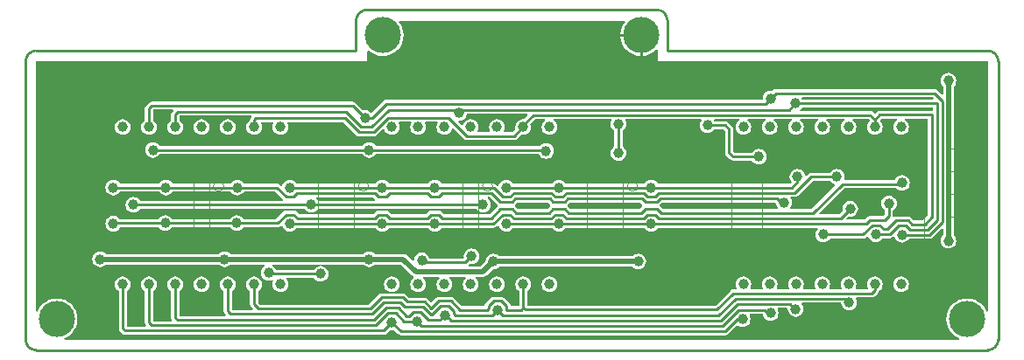
<source format=gtl>
G04 Layer_Physical_Order=1*
G04 Layer_Color=255*
%FSLAX42Y42*%
%MOMM*%
G71*
G01*
G75*
%ADD10C,0.25*%
%ADD11C,0.50*%
%ADD12C,0.25*%
%ADD13C,0.10*%
%ADD14C,3.50*%
%ADD15C,1.00*%
G36*
X5796Y3179D02*
X5783Y3162D01*
X5764Y3127D01*
X5753Y3089D01*
X5750Y3063D01*
X5950D01*
Y3050D01*
X5963D01*
Y2850D01*
X5989Y2852D01*
X6027Y2864D01*
X6062Y2883D01*
X6092Y2908D01*
X6098Y2914D01*
X6110Y2910D01*
Y2800D01*
X9300D01*
Y375D01*
X9287Y373D01*
X9286Y377D01*
X9267Y412D01*
X9242Y442D01*
X9212Y467D01*
X9177Y486D01*
X9139Y498D01*
X9100Y501D01*
X9061Y498D01*
X9023Y486D01*
X8988Y467D01*
X8958Y442D01*
X8933Y412D01*
X8914Y377D01*
X8903Y339D01*
X8899Y300D01*
X8903Y261D01*
X8914Y223D01*
X8933Y188D01*
X8958Y158D01*
X8988Y133D01*
X9023Y114D01*
X9027Y113D01*
X9025Y100D01*
X375D01*
X373Y113D01*
X377Y114D01*
X412Y133D01*
X442Y158D01*
X467Y188D01*
X486Y223D01*
X498Y261D01*
X501Y300D01*
X498Y339D01*
X486Y377D01*
X467Y412D01*
X442Y442D01*
X412Y467D01*
X377Y486D01*
X339Y498D01*
X300Y501D01*
X261Y498D01*
X223Y486D01*
X188Y467D01*
X158Y442D01*
X133Y412D01*
X114Y377D01*
X113Y373D01*
X100Y375D01*
Y2800D01*
X3300D01*
Y2897D01*
X3313Y2903D01*
X3338Y2883D01*
X3373Y2864D01*
X3411Y2852D01*
X3450Y2849D01*
X3489Y2852D01*
X3527Y2864D01*
X3562Y2883D01*
X3592Y2908D01*
X3617Y2938D01*
X3636Y2973D01*
X3647Y3011D01*
X3651Y3050D01*
X3647Y3089D01*
X3636Y3127D01*
X3617Y3162D01*
X3604Y3179D01*
X3609Y3190D01*
X5791D01*
X5796Y3179D01*
D02*
G37*
%LPC*%
G36*
X5062Y714D02*
X5042Y711D01*
X5024Y704D01*
X5008Y692D01*
X4996Y676D01*
X4989Y658D01*
X4986Y638D01*
X4989Y618D01*
X4996Y600D01*
X5008Y584D01*
X5024Y572D01*
X5042Y565D01*
X5062Y562D01*
X5082Y565D01*
X5100Y572D01*
X5116Y584D01*
X5128Y600D01*
X5135Y618D01*
X5138Y638D01*
X5135Y658D01*
X5128Y676D01*
X5116Y692D01*
X5100Y704D01*
X5082Y711D01*
X5062Y714D01*
D02*
G37*
G36*
X3320Y2016D02*
X3300Y2013D01*
X3282Y2006D01*
X3266Y1994D01*
X3255Y1979D01*
X1295D01*
X1284Y1994D01*
X1268Y2006D01*
X1250Y2013D01*
X1230Y2016D01*
X1210Y2013D01*
X1192Y2006D01*
X1176Y1994D01*
X1164Y1978D01*
X1157Y1960D01*
X1154Y1940D01*
X1157Y1920D01*
X1164Y1902D01*
X1176Y1886D01*
X1192Y1874D01*
X1210Y1867D01*
X1230Y1864D01*
X1250Y1867D01*
X1268Y1874D01*
X1284Y1886D01*
X1295Y1901D01*
X3255D01*
X3266Y1886D01*
X3282Y1874D01*
X3300Y1867D01*
X3320Y1864D01*
X3340Y1867D01*
X3358Y1874D01*
X3374Y1886D01*
X3385Y1901D01*
X4960D01*
X4964Y1892D01*
X4976Y1876D01*
X4992Y1864D01*
X5010Y1857D01*
X5030Y1854D01*
X5050Y1857D01*
X5068Y1864D01*
X5084Y1876D01*
X5096Y1892D01*
X5103Y1910D01*
X5106Y1930D01*
X5103Y1950D01*
X5096Y1968D01*
X5084Y1984D01*
X5068Y1996D01*
X5050Y2003D01*
X5030Y2006D01*
X5010Y2003D01*
X4992Y1996D01*
X4976Y1984D01*
X4972Y1979D01*
X3385D01*
X3374Y1994D01*
X3358Y2006D01*
X3340Y2013D01*
X3320Y2016D01*
D02*
G37*
G36*
X938Y2238D02*
X918Y2235D01*
X900Y2228D01*
X884Y2216D01*
X872Y2200D01*
X865Y2182D01*
X862Y2162D01*
X865Y2142D01*
X872Y2124D01*
X884Y2108D01*
X900Y2096D01*
X918Y2089D01*
X938Y2086D01*
X958Y2089D01*
X976Y2096D01*
X992Y2108D01*
X1004Y2124D01*
X1011Y2142D01*
X1014Y2162D01*
X1011Y2182D01*
X1004Y2200D01*
X992Y2216D01*
X976Y2228D01*
X958Y2235D01*
X938Y2238D01*
D02*
G37*
G36*
X4310Y986D02*
X4290Y983D01*
X4272Y976D01*
X4256Y964D01*
X4244Y948D01*
X4237Y930D01*
X4234Y910D01*
X4235Y901D01*
X4224Y889D01*
X3904D01*
X3903Y890D01*
X3896Y908D01*
X3884Y924D01*
X3868Y936D01*
X3850Y943D01*
X3830Y946D01*
X3810Y943D01*
X3792Y936D01*
X3776Y924D01*
X3764Y908D01*
X3757Y890D01*
X3754Y870D01*
X3754Y866D01*
X3742Y860D01*
X3685Y917D01*
X3669Y928D01*
X3649Y932D01*
X3375D01*
X3373Y935D01*
X3357Y947D01*
X3339Y954D01*
X3319Y957D01*
X3299Y954D01*
X3281Y947D01*
X3265Y935D01*
X3263Y932D01*
X1977D01*
X1975Y935D01*
X1959Y947D01*
X1941Y954D01*
X1921Y957D01*
X1901Y954D01*
X1883Y947D01*
X1867Y935D01*
X1865Y932D01*
X775D01*
X773Y935D01*
X757Y947D01*
X739Y954D01*
X719Y957D01*
X699Y954D01*
X681Y947D01*
X665Y935D01*
X653Y919D01*
X646Y901D01*
X643Y881D01*
X646Y861D01*
X653Y843D01*
X665Y827D01*
X681Y815D01*
X699Y808D01*
X719Y805D01*
X739Y808D01*
X757Y815D01*
X773Y827D01*
X775Y830D01*
X1865D01*
X1867Y827D01*
X1883Y815D01*
X1901Y808D01*
X1921Y805D01*
X1941Y808D01*
X1959Y815D01*
X1975Y827D01*
X1977Y830D01*
X2312D01*
X2315Y817D01*
X2312Y816D01*
X2296Y804D01*
X2284Y788D01*
X2277Y770D01*
X2274Y750D01*
X2277Y730D01*
X2284Y712D01*
X2296Y696D01*
X2312Y684D01*
X2330Y677D01*
X2350Y674D01*
X2370Y677D01*
X2386Y683D01*
X2391Y679D01*
X2395Y674D01*
X2389Y658D01*
X2386Y638D01*
X2389Y618D01*
X2396Y600D01*
X2408Y584D01*
X2424Y572D01*
X2442Y565D01*
X2462Y562D01*
X2482Y565D01*
X2500Y572D01*
X2516Y584D01*
X2528Y600D01*
X2535Y618D01*
X2538Y638D01*
X2535Y658D01*
X2528Y676D01*
X2518Y688D01*
X2523Y701D01*
X2785D01*
X2796Y686D01*
X2812Y674D01*
X2830Y667D01*
X2850Y664D01*
X2870Y667D01*
X2888Y674D01*
X2904Y686D01*
X2916Y702D01*
X2923Y720D01*
X2926Y740D01*
X2923Y760D01*
X2916Y778D01*
X2904Y794D01*
X2888Y806D01*
X2870Y813D01*
X2850Y816D01*
X2830Y813D01*
X2812Y806D01*
X2796Y794D01*
X2785Y779D01*
X2420D01*
X2416Y788D01*
X2404Y804D01*
X2388Y816D01*
X2385Y817D01*
X2388Y830D01*
X3263D01*
X3265Y827D01*
X3281Y815D01*
X3299Y808D01*
X3319Y805D01*
X3339Y808D01*
X3357Y815D01*
X3373Y827D01*
X3375Y830D01*
X3628D01*
X3734Y724D01*
X3748Y714D01*
X3749Y704D01*
X3749Y700D01*
X3738Y692D01*
X3726Y676D01*
X3719Y658D01*
X3716Y638D01*
X3719Y618D01*
X3726Y600D01*
X3738Y584D01*
X3754Y572D01*
X3772Y565D01*
X3792Y562D01*
X3812Y565D01*
X3830Y572D01*
X3846Y584D01*
X3858Y600D01*
X3865Y618D01*
X3868Y638D01*
X3865Y658D01*
X3858Y676D01*
X3846Y692D01*
X3840Y696D01*
X3845Y709D01*
X3993D01*
X3998Y696D01*
X3992Y692D01*
X3980Y676D01*
X3973Y658D01*
X3970Y638D01*
X3973Y618D01*
X3980Y600D01*
X3992Y584D01*
X4008Y572D01*
X4026Y565D01*
X4046Y562D01*
X4066Y565D01*
X4084Y572D01*
X4100Y584D01*
X4112Y600D01*
X4119Y618D01*
X4122Y638D01*
X4119Y658D01*
X4112Y676D01*
X4100Y692D01*
X4094Y696D01*
X4099Y709D01*
X4247D01*
X4252Y696D01*
X4246Y692D01*
X4234Y676D01*
X4227Y658D01*
X4224Y638D01*
X4227Y618D01*
X4234Y600D01*
X4246Y584D01*
X4262Y572D01*
X4280Y565D01*
X4300Y562D01*
X4320Y565D01*
X4338Y572D01*
X4354Y584D01*
X4366Y600D01*
X4373Y618D01*
X4376Y638D01*
X4373Y658D01*
X4366Y676D01*
X4354Y692D01*
X4348Y696D01*
X4353Y709D01*
X4420D01*
X4440Y713D01*
X4456Y724D01*
X4517Y784D01*
X4520Y784D01*
X4540Y787D01*
X4558Y794D01*
X4574Y806D01*
X4576Y809D01*
X5864D01*
X5866Y806D01*
X5882Y794D01*
X5900Y787D01*
X5920Y784D01*
X5940Y787D01*
X5958Y794D01*
X5974Y806D01*
X5986Y822D01*
X5993Y840D01*
X5996Y860D01*
X5993Y880D01*
X5986Y898D01*
X5974Y914D01*
X5958Y926D01*
X5940Y933D01*
X5920Y936D01*
X5900Y933D01*
X5882Y926D01*
X5866Y914D01*
X5864Y911D01*
X4576D01*
X4574Y914D01*
X4558Y926D01*
X4540Y933D01*
X4520Y936D01*
X4500Y933D01*
X4482Y926D01*
X4466Y914D01*
X4454Y898D01*
X4447Y880D01*
X4444Y860D01*
X4444Y857D01*
X4399Y811D01*
X4284D01*
X4280Y818D01*
X4279Y824D01*
X4291Y836D01*
X4310Y834D01*
X4330Y837D01*
X4348Y844D01*
X4364Y856D01*
X4376Y872D01*
X4383Y890D01*
X4386Y910D01*
X4383Y930D01*
X4376Y948D01*
X4364Y964D01*
X4348Y976D01*
X4330Y983D01*
X4310Y986D01*
D02*
G37*
G36*
X8208Y714D02*
X8188Y711D01*
X8170Y704D01*
X8154Y692D01*
X8142Y676D01*
X8135Y658D01*
X8132Y638D01*
X8135Y618D01*
X8142Y601D01*
X8137Y590D01*
X8137Y589D01*
X8025D01*
X8025Y590D01*
X8020Y601D01*
X8027Y618D01*
X8030Y638D01*
X8027Y658D01*
X8020Y676D01*
X8008Y692D01*
X7992Y704D01*
X7974Y711D01*
X7954Y714D01*
X7934Y711D01*
X7916Y704D01*
X7900Y692D01*
X7888Y676D01*
X7881Y658D01*
X7878Y638D01*
X7881Y618D01*
X7888Y601D01*
X7883Y590D01*
X7883Y589D01*
X7771D01*
X7771Y590D01*
X7766Y601D01*
X7773Y618D01*
X7776Y638D01*
X7773Y658D01*
X7766Y676D01*
X7754Y692D01*
X7738Y704D01*
X7720Y711D01*
X7700Y714D01*
X7680Y711D01*
X7662Y704D01*
X7646Y692D01*
X7634Y676D01*
X7627Y658D01*
X7624Y638D01*
X7627Y618D01*
X7634Y601D01*
X7629Y590D01*
X7629Y589D01*
X7517D01*
X7517Y590D01*
X7512Y601D01*
X7519Y618D01*
X7522Y638D01*
X7519Y658D01*
X7512Y676D01*
X7500Y692D01*
X7484Y704D01*
X7466Y711D01*
X7446Y714D01*
X7426Y711D01*
X7408Y704D01*
X7392Y692D01*
X7380Y676D01*
X7373Y658D01*
X7370Y638D01*
X7373Y618D01*
X7380Y601D01*
X7375Y590D01*
X7375Y589D01*
X7263D01*
X7263Y590D01*
X7258Y601D01*
X7265Y618D01*
X7268Y638D01*
X7265Y658D01*
X7258Y676D01*
X7246Y692D01*
X7230Y704D01*
X7212Y711D01*
X7192Y714D01*
X7172Y711D01*
X7154Y704D01*
X7138Y692D01*
X7126Y676D01*
X7119Y658D01*
X7116Y638D01*
X7119Y618D01*
X7125Y602D01*
X7120Y590D01*
X7113D01*
X7108Y589D01*
X7009D01*
X7009Y590D01*
X7004Y601D01*
X7011Y618D01*
X7014Y638D01*
X7011Y658D01*
X7004Y676D01*
X6992Y692D01*
X6976Y704D01*
X6958Y711D01*
X6938Y714D01*
X6918Y711D01*
X6900Y704D01*
X6884Y692D01*
X6872Y676D01*
X6865Y658D01*
X6862Y638D01*
X6865Y618D01*
X6872Y601D01*
X6867Y590D01*
X6867Y589D01*
X6840D01*
X6825Y586D01*
X6812Y577D01*
X6665Y430D01*
X4847D01*
Y573D01*
X4862Y584D01*
X4874Y600D01*
X4881Y618D01*
X4884Y638D01*
X4881Y658D01*
X4874Y676D01*
X4862Y692D01*
X4846Y704D01*
X4828Y711D01*
X4808Y714D01*
X4788Y711D01*
X4770Y704D01*
X4754Y692D01*
X4742Y676D01*
X4735Y658D01*
X4732Y638D01*
X4735Y618D01*
X4742Y600D01*
X4754Y584D01*
X4769Y573D01*
Y429D01*
X4686D01*
X4684Y441D01*
X4676Y454D01*
X4624Y506D01*
X4611Y514D01*
X4596Y517D01*
X4524D01*
X4509Y514D01*
X4496Y506D01*
X4444Y454D01*
X4436Y441D01*
X4434Y429D01*
X4213D01*
X4135Y506D01*
X4122Y515D01*
X4108Y518D01*
X4096D01*
X4090Y519D01*
X4084Y518D01*
X3992D01*
X3978Y515D01*
X3965Y506D01*
X3921Y462D01*
X3886Y497D01*
X3873Y506D01*
X3859Y509D01*
X3702D01*
X3672Y538D01*
X3660Y546D01*
X3645Y549D01*
X3440D01*
X3426Y546D01*
X3413Y538D01*
X3314Y439D01*
X2266D01*
X2247Y458D01*
Y573D01*
X2262Y584D01*
X2274Y600D01*
X2281Y618D01*
X2284Y638D01*
X2281Y658D01*
X2274Y676D01*
X2262Y692D01*
X2246Y704D01*
X2228Y711D01*
X2208Y714D01*
X2188Y711D01*
X2170Y704D01*
X2154Y692D01*
X2142Y676D01*
X2135Y658D01*
X2132Y638D01*
X2135Y618D01*
X2142Y600D01*
X2154Y584D01*
X2169Y573D01*
Y442D01*
X2172Y427D01*
X2181Y415D01*
X2195Y400D01*
X2190Y388D01*
X1997D01*
X1993Y392D01*
Y573D01*
X2008Y584D01*
X2020Y600D01*
X2027Y618D01*
X2030Y638D01*
X2027Y658D01*
X2020Y676D01*
X2008Y692D01*
X1992Y704D01*
X1974Y711D01*
X1954Y714D01*
X1934Y711D01*
X1916Y704D01*
X1900Y692D01*
X1888Y676D01*
X1881Y658D01*
X1878Y638D01*
X1881Y618D01*
X1888Y600D01*
X1900Y584D01*
X1915Y573D01*
Y376D01*
X1918Y361D01*
X1927Y349D01*
X1934Y341D01*
X1929Y330D01*
X1485D01*
X1485Y330D01*
Y573D01*
X1500Y584D01*
X1512Y600D01*
X1519Y618D01*
X1522Y638D01*
X1519Y658D01*
X1512Y676D01*
X1500Y692D01*
X1484Y704D01*
X1466Y711D01*
X1446Y714D01*
X1426Y711D01*
X1408Y704D01*
X1392Y692D01*
X1380Y676D01*
X1373Y658D01*
X1370Y638D01*
X1373Y618D01*
X1380Y600D01*
X1392Y584D01*
X1407Y573D01*
Y314D01*
X1410Y299D01*
X1415Y292D01*
X1409Y279D01*
X1236D01*
X1231Y284D01*
Y573D01*
X1246Y584D01*
X1258Y600D01*
X1265Y618D01*
X1268Y638D01*
X1265Y658D01*
X1258Y676D01*
X1246Y692D01*
X1230Y704D01*
X1212Y711D01*
X1192Y714D01*
X1172Y711D01*
X1154Y704D01*
X1138Y692D01*
X1126Y676D01*
X1119Y658D01*
X1116Y638D01*
X1119Y618D01*
X1126Y600D01*
X1138Y584D01*
X1153Y573D01*
Y268D01*
X1156Y253D01*
X1165Y241D01*
X1166Y239D01*
X1161Y227D01*
X979D01*
Y574D01*
X992Y584D01*
X1004Y600D01*
X1011Y618D01*
X1014Y638D01*
X1011Y658D01*
X1004Y676D01*
X992Y692D01*
X976Y704D01*
X958Y711D01*
X938Y714D01*
X918Y711D01*
X900Y704D01*
X884Y692D01*
X872Y676D01*
X865Y658D01*
X862Y638D01*
X865Y618D01*
X872Y600D01*
X884Y584D01*
X900Y572D01*
X901Y572D01*
Y210D01*
X904Y195D01*
X913Y183D01*
X934Y161D01*
X947Y153D01*
X962Y150D01*
X3458D01*
X3473Y153D01*
X3486Y161D01*
X3521Y196D01*
X3540Y194D01*
X3559Y196D01*
X3599Y156D01*
X3612Y147D01*
X3627Y144D01*
X6763D01*
X6778Y147D01*
X6791Y156D01*
X6879Y244D01*
X6892Y234D01*
X6910Y227D01*
X6930Y224D01*
X6950Y227D01*
X6968Y234D01*
X6984Y246D01*
X6996Y262D01*
X7003Y280D01*
X7006Y300D01*
X7003Y320D01*
X6996Y337D01*
X7001Y348D01*
X7001Y349D01*
X7125D01*
X7127Y340D01*
X7134Y322D01*
X7146Y306D01*
X7162Y294D01*
X7180Y287D01*
X7200Y284D01*
X7220Y287D01*
X7238Y294D01*
X7254Y306D01*
X7266Y322D01*
X7273Y340D01*
X7276Y360D01*
X7273Y380D01*
X7266Y397D01*
X7271Y408D01*
X7271Y409D01*
X7359D01*
X7367Y400D01*
X7367Y398D01*
X7370Y378D01*
X7377Y360D01*
X7389Y344D01*
X7405Y332D01*
X7423Y324D01*
X7443Y321D01*
X7463Y324D01*
X7481Y332D01*
X7497Y344D01*
X7509Y360D01*
X7517Y378D01*
X7519Y398D01*
X7517Y417D01*
X7509Y436D01*
X7500Y448D01*
X7505Y460D01*
X7884D01*
X7884Y460D01*
X7887Y440D01*
X7894Y422D01*
X7906Y406D01*
X7922Y394D01*
X7940Y387D01*
X7960Y384D01*
X7980Y387D01*
X7998Y394D01*
X8014Y406D01*
X8026Y422D01*
X8033Y440D01*
X8036Y460D01*
X8033Y480D01*
X8026Y498D01*
X8025Y500D01*
X8030Y511D01*
X8180D01*
X8195Y514D01*
X8207Y522D01*
X8235Y551D01*
X8244Y563D01*
X8246Y572D01*
X8246Y572D01*
X8262Y584D01*
X8274Y600D01*
X8281Y618D01*
X8284Y638D01*
X8281Y658D01*
X8274Y676D01*
X8262Y692D01*
X8246Y704D01*
X8228Y711D01*
X8208Y714D01*
D02*
G37*
G36*
X8462D02*
X8442Y711D01*
X8424Y704D01*
X8408Y692D01*
X8396Y676D01*
X8389Y658D01*
X8386Y638D01*
X8389Y618D01*
X8396Y600D01*
X8408Y584D01*
X8424Y572D01*
X8442Y565D01*
X8462Y562D01*
X8482Y565D01*
X8500Y572D01*
X8516Y584D01*
X8528Y600D01*
X8535Y618D01*
X8538Y638D01*
X8535Y658D01*
X8528Y676D01*
X8516Y692D01*
X8500Y704D01*
X8482Y711D01*
X8462Y714D01*
D02*
G37*
G36*
X1700Y2238D02*
X1680Y2235D01*
X1662Y2228D01*
X1646Y2216D01*
X1634Y2200D01*
X1627Y2182D01*
X1624Y2162D01*
X1627Y2142D01*
X1634Y2124D01*
X1646Y2108D01*
X1662Y2096D01*
X1680Y2089D01*
X1700Y2086D01*
X1720Y2089D01*
X1738Y2096D01*
X1754Y2108D01*
X1766Y2124D01*
X1773Y2142D01*
X1776Y2162D01*
X1773Y2182D01*
X1766Y2200D01*
X1754Y2216D01*
X1738Y2228D01*
X1720Y2235D01*
X1700Y2238D01*
D02*
G37*
G36*
Y714D02*
X1680Y711D01*
X1662Y704D01*
X1646Y692D01*
X1634Y676D01*
X1627Y658D01*
X1624Y638D01*
X1627Y618D01*
X1634Y600D01*
X1646Y584D01*
X1662Y572D01*
X1680Y565D01*
X1700Y562D01*
X1720Y565D01*
X1738Y572D01*
X1754Y584D01*
X1766Y600D01*
X1773Y618D01*
X1776Y638D01*
X1773Y658D01*
X1766Y676D01*
X1754Y692D01*
X1738Y704D01*
X1720Y711D01*
X1700Y714D01*
D02*
G37*
G36*
X8920Y2686D02*
X8900Y2683D01*
X8882Y2676D01*
X8866Y2664D01*
X8854Y2648D01*
X8847Y2630D01*
X8844Y2610D01*
X8847Y2590D01*
X8854Y2572D01*
X8866Y2556D01*
X8869Y2554D01*
Y2475D01*
X8857Y2470D01*
X8809Y2517D01*
X8797Y2526D01*
X8782Y2529D01*
X7250D01*
X7235Y2526D01*
X7223Y2517D01*
X7219Y2514D01*
X7200Y2516D01*
X7180Y2513D01*
X7162Y2506D01*
X7146Y2494D01*
X7134Y2478D01*
X7127Y2460D01*
X7124Y2440D01*
X7124Y2436D01*
X7116Y2427D01*
X3488D01*
X3473Y2424D01*
X3461Y2416D01*
X3347Y2302D01*
X3335Y2303D01*
X3334Y2304D01*
X3318Y2316D01*
X3300Y2324D01*
X3280Y2326D01*
X3261Y2324D01*
X3188Y2397D01*
X3175Y2406D01*
X3160Y2409D01*
X1220D01*
X1205Y2406D01*
X1193Y2397D01*
X1165Y2369D01*
X1156Y2357D01*
X1153Y2342D01*
Y2227D01*
X1138Y2216D01*
X1126Y2200D01*
X1119Y2182D01*
X1116Y2162D01*
X1119Y2142D01*
X1126Y2124D01*
X1138Y2108D01*
X1154Y2096D01*
X1172Y2089D01*
X1192Y2086D01*
X1212Y2089D01*
X1230Y2096D01*
X1246Y2108D01*
X1258Y2124D01*
X1265Y2142D01*
X1268Y2162D01*
X1265Y2182D01*
X1258Y2200D01*
X1246Y2216D01*
X1231Y2227D01*
Y2326D01*
X1236Y2331D01*
X1420D01*
X1424Y2319D01*
X1419Y2313D01*
X1410Y2301D01*
X1407Y2286D01*
Y2227D01*
X1392Y2216D01*
X1380Y2200D01*
X1373Y2182D01*
X1370Y2162D01*
X1373Y2142D01*
X1380Y2124D01*
X1392Y2108D01*
X1408Y2096D01*
X1426Y2089D01*
X1446Y2086D01*
X1466Y2089D01*
X1484Y2096D01*
X1500Y2108D01*
X1512Y2124D01*
X1519Y2142D01*
X1522Y2162D01*
X1519Y2182D01*
X1512Y2200D01*
X1500Y2216D01*
X1485Y2227D01*
Y2270D01*
X1486Y2271D01*
X2178D01*
X2182Y2259D01*
X2181Y2257D01*
X2172Y2245D01*
X2169Y2230D01*
Y2227D01*
X2154Y2216D01*
X2142Y2200D01*
X2135Y2182D01*
X2132Y2162D01*
X2135Y2142D01*
X2142Y2124D01*
X2154Y2108D01*
X2170Y2096D01*
X2188Y2089D01*
X2208Y2086D01*
X2228Y2089D01*
X2246Y2096D01*
X2262Y2108D01*
X2274Y2124D01*
X2281Y2142D01*
X2284Y2162D01*
X2281Y2182D01*
X2274Y2199D01*
X2279Y2210D01*
X2279Y2211D01*
X2391D01*
X2391Y2210D01*
X2396Y2199D01*
X2389Y2182D01*
X2386Y2162D01*
X2389Y2142D01*
X2396Y2124D01*
X2408Y2108D01*
X2424Y2096D01*
X2442Y2089D01*
X2462Y2086D01*
X2482Y2089D01*
X2500Y2096D01*
X2516Y2108D01*
X2528Y2124D01*
X2535Y2142D01*
X2538Y2162D01*
X2535Y2182D01*
X2528Y2199D01*
X2533Y2210D01*
X2533Y2211D01*
X3068D01*
X3195Y2084D01*
X3208Y2075D01*
X3223Y2072D01*
X3363D01*
X3377Y2075D01*
X3390Y2084D01*
X3453Y2146D01*
X3454Y2146D01*
X3465Y2141D01*
X3472Y2124D01*
X3484Y2108D01*
X3500Y2096D01*
X3518Y2089D01*
X3538Y2086D01*
X3558Y2089D01*
X3576Y2096D01*
X3592Y2108D01*
X3604Y2124D01*
X3611Y2142D01*
X3614Y2162D01*
X3611Y2182D01*
X3604Y2200D01*
X3603Y2201D01*
X3609Y2212D01*
X3721D01*
X3727Y2201D01*
X3726Y2200D01*
X3719Y2182D01*
X3716Y2162D01*
X3719Y2142D01*
X3726Y2124D01*
X3738Y2108D01*
X3754Y2096D01*
X3772Y2089D01*
X3792Y2086D01*
X3812Y2089D01*
X3830Y2096D01*
X3846Y2108D01*
X3858Y2124D01*
X3865Y2142D01*
X3868Y2162D01*
X3865Y2182D01*
X3858Y2200D01*
X3857Y2201D01*
X3863Y2212D01*
X3975D01*
X3981Y2201D01*
X3980Y2200D01*
X3973Y2182D01*
X3970Y2162D01*
X3973Y2142D01*
X3980Y2124D01*
X3992Y2108D01*
X4008Y2096D01*
X4026Y2089D01*
X4046Y2086D01*
X4066Y2089D01*
X4084Y2096D01*
X4100Y2108D01*
X4112Y2124D01*
X4119Y2142D01*
X4120Y2146D01*
X4132Y2150D01*
X4236Y2046D01*
X4249Y2038D01*
X4264Y2035D01*
X4720D01*
X4735Y2038D01*
X4747Y2046D01*
X4789Y2088D01*
X4808Y2086D01*
X4828Y2089D01*
X4846Y2096D01*
X4862Y2108D01*
X4874Y2124D01*
X4881Y2142D01*
X4884Y2162D01*
X4881Y2182D01*
X4877Y2194D01*
X4922Y2239D01*
X5019D01*
X5022Y2233D01*
X5022Y2227D01*
X5008Y2216D01*
X4996Y2200D01*
X4989Y2182D01*
X4986Y2162D01*
X4989Y2142D01*
X4996Y2124D01*
X5008Y2108D01*
X5024Y2096D01*
X5042Y2089D01*
X5062Y2086D01*
X5082Y2089D01*
X5100Y2096D01*
X5116Y2108D01*
X5128Y2124D01*
X5135Y2142D01*
X5138Y2162D01*
X5135Y2182D01*
X5128Y2200D01*
X5116Y2216D01*
X5102Y2227D01*
X5102Y2233D01*
X5105Y2239D01*
X5659D01*
X5659Y2238D01*
X5664Y2227D01*
X5657Y2210D01*
X5654Y2190D01*
X5657Y2170D01*
X5664Y2152D01*
X5676Y2136D01*
X5691Y2125D01*
Y1975D01*
X5676Y1964D01*
X5664Y1948D01*
X5657Y1930D01*
X5654Y1910D01*
X5657Y1890D01*
X5664Y1872D01*
X5676Y1856D01*
X5692Y1844D01*
X5710Y1837D01*
X5730Y1834D01*
X5750Y1837D01*
X5768Y1844D01*
X5784Y1856D01*
X5796Y1872D01*
X5803Y1890D01*
X5806Y1910D01*
X5803Y1930D01*
X5796Y1948D01*
X5784Y1964D01*
X5769Y1975D01*
Y2125D01*
X5784Y2136D01*
X5796Y2152D01*
X5803Y2170D01*
X5806Y2190D01*
X5803Y2210D01*
X5796Y2227D01*
X5801Y2238D01*
X5801Y2239D01*
X6524D01*
X6531Y2227D01*
X6524Y2218D01*
X6517Y2200D01*
X6514Y2180D01*
X6517Y2160D01*
X6524Y2142D01*
X6536Y2126D01*
X6552Y2114D01*
X6570Y2107D01*
X6590Y2104D01*
X6610Y2107D01*
X6628Y2114D01*
X6644Y2126D01*
X6655Y2141D01*
X6744D01*
X6761Y2124D01*
Y1910D01*
X6764Y1895D01*
X6773Y1883D01*
X6808Y1848D01*
X6820Y1839D01*
X6835Y1836D01*
X7020D01*
X7031Y1821D01*
X7047Y1809D01*
X7065Y1802D01*
X7085Y1799D01*
X7105Y1802D01*
X7123Y1809D01*
X7139Y1821D01*
X7151Y1837D01*
X7158Y1855D01*
X7161Y1875D01*
X7158Y1895D01*
X7151Y1913D01*
X7139Y1929D01*
X7123Y1941D01*
X7105Y1948D01*
X7085Y1951D01*
X7065Y1948D01*
X7047Y1941D01*
X7031Y1929D01*
X7020Y1914D01*
X6851D01*
X6839Y1926D01*
Y2140D01*
X6836Y2155D01*
X6827Y2167D01*
X6787Y2207D01*
X6775Y2216D01*
X6760Y2219D01*
X6658D01*
X6652Y2228D01*
X6658Y2239D01*
X6895D01*
X6898Y2233D01*
X6898Y2227D01*
X6884Y2216D01*
X6872Y2200D01*
X6865Y2182D01*
X6862Y2162D01*
X6865Y2142D01*
X6872Y2124D01*
X6884Y2108D01*
X6900Y2096D01*
X6918Y2089D01*
X6938Y2086D01*
X6958Y2089D01*
X6976Y2096D01*
X6992Y2108D01*
X7004Y2124D01*
X7011Y2142D01*
X7014Y2162D01*
X7011Y2182D01*
X7004Y2200D01*
X6992Y2216D01*
X6978Y2227D01*
X6978Y2233D01*
X6981Y2239D01*
X7149D01*
X7152Y2233D01*
X7152Y2227D01*
X7138Y2216D01*
X7126Y2200D01*
X7119Y2182D01*
X7116Y2162D01*
X7119Y2142D01*
X7126Y2124D01*
X7138Y2108D01*
X7154Y2096D01*
X7172Y2089D01*
X7192Y2086D01*
X7212Y2089D01*
X7230Y2096D01*
X7246Y2108D01*
X7258Y2124D01*
X7265Y2142D01*
X7268Y2162D01*
X7265Y2182D01*
X7258Y2200D01*
X7246Y2216D01*
X7232Y2227D01*
X7232Y2233D01*
X7235Y2239D01*
X7403D01*
X7406Y2233D01*
X7406Y2227D01*
X7392Y2216D01*
X7380Y2200D01*
X7373Y2182D01*
X7370Y2162D01*
X7373Y2142D01*
X7380Y2124D01*
X7392Y2108D01*
X7408Y2096D01*
X7426Y2089D01*
X7446Y2086D01*
X7466Y2089D01*
X7484Y2096D01*
X7500Y2108D01*
X7512Y2124D01*
X7519Y2142D01*
X7522Y2162D01*
X7519Y2182D01*
X7512Y2200D01*
X7500Y2216D01*
X7486Y2227D01*
X7486Y2233D01*
X7489Y2239D01*
X7657D01*
X7660Y2233D01*
X7660Y2227D01*
X7646Y2216D01*
X7634Y2200D01*
X7627Y2182D01*
X7624Y2162D01*
X7627Y2142D01*
X7634Y2124D01*
X7646Y2108D01*
X7662Y2096D01*
X7680Y2089D01*
X7700Y2086D01*
X7720Y2089D01*
X7738Y2096D01*
X7754Y2108D01*
X7766Y2124D01*
X7773Y2142D01*
X7776Y2162D01*
X7773Y2182D01*
X7766Y2200D01*
X7754Y2216D01*
X7740Y2227D01*
X7740Y2233D01*
X7743Y2239D01*
X7911D01*
X7914Y2233D01*
X7914Y2227D01*
X7900Y2216D01*
X7888Y2200D01*
X7881Y2182D01*
X7878Y2162D01*
X7881Y2142D01*
X7888Y2124D01*
X7900Y2108D01*
X7916Y2096D01*
X7934Y2089D01*
X7954Y2086D01*
X7974Y2089D01*
X7992Y2096D01*
X8008Y2108D01*
X8020Y2124D01*
X8027Y2142D01*
X8030Y2162D01*
X8027Y2182D01*
X8020Y2200D01*
X8008Y2216D01*
X7994Y2227D01*
X7994Y2233D01*
X7997Y2239D01*
X8146D01*
X8156Y2229D01*
X8155Y2216D01*
X8154Y2216D01*
X8142Y2200D01*
X8135Y2182D01*
X8132Y2162D01*
X8135Y2142D01*
X8142Y2124D01*
X8154Y2108D01*
X8170Y2096D01*
X8188Y2089D01*
X8208Y2086D01*
X8228Y2089D01*
X8246Y2096D01*
X8262Y2108D01*
X8274Y2124D01*
X8281Y2142D01*
X8284Y2162D01*
X8281Y2182D01*
X8274Y2200D01*
X8262Y2216D01*
X8261Y2216D01*
X8260Y2229D01*
X8272Y2241D01*
X8423D01*
X8425Y2228D01*
X8424Y2228D01*
X8408Y2216D01*
X8396Y2200D01*
X8389Y2182D01*
X8386Y2162D01*
X8389Y2142D01*
X8396Y2124D01*
X8408Y2108D01*
X8424Y2096D01*
X8442Y2089D01*
X8462Y2086D01*
X8482Y2089D01*
X8500Y2096D01*
X8516Y2108D01*
X8528Y2124D01*
X8535Y2142D01*
X8538Y2162D01*
X8535Y2182D01*
X8528Y2200D01*
X8516Y2216D01*
X8500Y2228D01*
X8499Y2228D01*
X8501Y2241D01*
X8721D01*
Y1306D01*
X8674Y1259D01*
X8583D01*
X8557Y1285D01*
X8544Y1293D01*
X8529Y1296D01*
X8414D01*
X8399Y1293D01*
X8393Y1289D01*
X8382Y1297D01*
X8383Y1305D01*
Y1355D01*
X8398Y1367D01*
X8410Y1383D01*
X8418Y1401D01*
X8421Y1421D01*
X8418Y1440D01*
X8410Y1459D01*
X8398Y1474D01*
X8383Y1486D01*
X8364Y1494D01*
X8344Y1497D01*
X8325Y1494D01*
X8306Y1486D01*
X8291Y1474D01*
X8279Y1459D01*
X8271Y1440D01*
X8268Y1421D01*
X8271Y1401D01*
X8279Y1383D01*
X8291Y1367D01*
X8306Y1355D01*
Y1321D01*
X8285Y1300D01*
X8160D01*
X8145Y1297D01*
X8132Y1289D01*
X8108Y1265D01*
X7936D01*
X7932Y1277D01*
X7951Y1296D01*
X7970Y1294D01*
X7990Y1297D01*
X8008Y1304D01*
X8024Y1316D01*
X8036Y1332D01*
X8043Y1350D01*
X8046Y1370D01*
X8043Y1390D01*
X8036Y1408D01*
X8024Y1424D01*
X8008Y1436D01*
X7990Y1443D01*
X7970Y1446D01*
X7950Y1443D01*
X7932Y1436D01*
X7916Y1424D01*
X7904Y1408D01*
X7897Y1390D01*
X7894Y1370D01*
X7896Y1351D01*
X7861Y1316D01*
X7672D01*
X7667Y1327D01*
X7911Y1571D01*
X8412D01*
X8416Y1566D01*
X8432Y1554D01*
X8450Y1547D01*
X8470Y1544D01*
X8490Y1547D01*
X8508Y1554D01*
X8524Y1566D01*
X8536Y1582D01*
X8543Y1600D01*
X8546Y1620D01*
X8543Y1640D01*
X8536Y1658D01*
X8524Y1674D01*
X8508Y1686D01*
X8490Y1693D01*
X8470Y1696D01*
X8450Y1693D01*
X8432Y1686D01*
X8416Y1674D01*
X8404Y1658D01*
X8400Y1649D01*
X7920D01*
X7914Y1657D01*
X7914Y1662D01*
X7916Y1680D01*
X7913Y1700D01*
X7906Y1718D01*
X7894Y1734D01*
X7878Y1746D01*
X7860Y1753D01*
X7840Y1756D01*
X7820Y1753D01*
X7802Y1746D01*
X7786Y1734D01*
X7775Y1719D01*
X7590D01*
X7575Y1716D01*
X7563Y1707D01*
X7546Y1691D01*
X7534Y1695D01*
X7533Y1700D01*
X7526Y1718D01*
X7514Y1734D01*
X7498Y1746D01*
X7480Y1753D01*
X7460Y1756D01*
X7440Y1753D01*
X7422Y1746D01*
X7406Y1734D01*
X7394Y1718D01*
X7387Y1700D01*
X7384Y1680D01*
X7387Y1660D01*
X7394Y1642D01*
X7404Y1629D01*
X7390Y1615D01*
X6111D01*
X6100Y1630D01*
X6084Y1642D01*
X6066Y1649D01*
X6046Y1652D01*
X6026Y1649D01*
X6008Y1642D01*
X5992Y1630D01*
X5981Y1615D01*
X5219D01*
X5208Y1630D01*
X5192Y1642D01*
X5174Y1649D01*
X5154Y1652D01*
X5134Y1649D01*
X5116Y1642D01*
X5100Y1630D01*
X5089Y1615D01*
X4711D01*
X4700Y1630D01*
X4684Y1642D01*
X4666Y1649D01*
X4646Y1652D01*
X4626Y1649D01*
X4608Y1642D01*
X4592Y1630D01*
X4580Y1614D01*
X4573Y1597D01*
X4562Y1592D01*
X4561Y1592D01*
X4551Y1601D01*
X4538Y1610D01*
X4523Y1613D01*
X4019D01*
X4008Y1628D01*
X3992Y1640D01*
X3974Y1647D01*
X3954Y1650D01*
X3934Y1647D01*
X3916Y1640D01*
X3900Y1628D01*
X3889Y1613D01*
X3511D01*
X3500Y1628D01*
X3484Y1640D01*
X3466Y1647D01*
X3446Y1650D01*
X3426Y1647D01*
X3408Y1640D01*
X3392Y1628D01*
X3381Y1613D01*
X2619D01*
X2608Y1628D01*
X2592Y1640D01*
X2574Y1647D01*
X2554Y1650D01*
X2534Y1647D01*
X2516Y1640D01*
X2500Y1628D01*
X2488Y1612D01*
X2481Y1595D01*
X2470Y1590D01*
X2469Y1590D01*
X2455Y1603D01*
X2442Y1612D01*
X2427Y1615D01*
X2111D01*
X2100Y1630D01*
X2084Y1642D01*
X2066Y1649D01*
X2046Y1652D01*
X2026Y1649D01*
X2008Y1642D01*
X1992Y1630D01*
X1981Y1615D01*
X1419D01*
X1408Y1630D01*
X1392Y1642D01*
X1374Y1649D01*
X1354Y1652D01*
X1334Y1649D01*
X1316Y1642D01*
X1300Y1630D01*
X1289Y1615D01*
X911D01*
X900Y1630D01*
X884Y1642D01*
X866Y1649D01*
X846Y1652D01*
X826Y1649D01*
X808Y1642D01*
X792Y1630D01*
X780Y1614D01*
X773Y1596D01*
X770Y1576D01*
X773Y1556D01*
X780Y1538D01*
X792Y1522D01*
X808Y1510D01*
X826Y1503D01*
X846Y1500D01*
X866Y1503D01*
X884Y1510D01*
X900Y1522D01*
X911Y1537D01*
X1289D01*
X1300Y1522D01*
X1316Y1510D01*
X1334Y1503D01*
X1354Y1500D01*
X1374Y1503D01*
X1392Y1510D01*
X1408Y1522D01*
X1419Y1537D01*
X1981D01*
X1992Y1522D01*
X2008Y1510D01*
X2026Y1503D01*
X2046Y1500D01*
X2066Y1503D01*
X2084Y1510D01*
X2100Y1522D01*
X2111Y1537D01*
X2411D01*
X2487Y1462D01*
X2483Y1449D01*
X2482Y1449D01*
X1105D01*
X1094Y1464D01*
X1078Y1476D01*
X1060Y1483D01*
X1040Y1486D01*
X1020Y1483D01*
X1002Y1476D01*
X986Y1464D01*
X974Y1448D01*
X967Y1430D01*
X964Y1410D01*
X967Y1390D01*
X974Y1372D01*
X986Y1356D01*
X1002Y1344D01*
X1020Y1337D01*
X1040Y1334D01*
X1060Y1337D01*
X1078Y1344D01*
X1094Y1356D01*
X1105Y1371D01*
X2695D01*
X2706Y1356D01*
X2722Y1344D01*
X2740Y1337D01*
X2760Y1334D01*
X2780Y1337D01*
X2798Y1344D01*
X2814Y1356D01*
X2825Y1371D01*
X4355D01*
X4366Y1356D01*
X4382Y1344D01*
X4400Y1337D01*
X4420Y1334D01*
X4440Y1337D01*
X4458Y1344D01*
X4474Y1356D01*
X4486Y1372D01*
X4493Y1390D01*
X4496Y1410D01*
X4493Y1430D01*
X4486Y1448D01*
X4474Y1464D01*
X4464Y1472D01*
X4468Y1484D01*
X4486D01*
X4561Y1410D01*
X4562Y1409D01*
Y1393D01*
X4561Y1392D01*
X4487Y1319D01*
X4041D01*
X4018Y1342D01*
X4005Y1350D01*
X3990Y1353D01*
X3918D01*
X3903Y1350D01*
X3890Y1342D01*
X3864Y1316D01*
X3536D01*
X3510Y1342D01*
X3497Y1350D01*
X3482Y1353D01*
X3410D01*
X3395Y1350D01*
X3382Y1342D01*
X3356Y1316D01*
X2644D01*
X2618Y1342D01*
X2605Y1350D01*
X2590Y1353D01*
X2518D01*
X2503Y1350D01*
X2490Y1342D01*
X2417Y1269D01*
X2105D01*
X2094Y1284D01*
X2078Y1296D01*
X2060Y1303D01*
X2040Y1306D01*
X2020Y1303D01*
X2002Y1296D01*
X1986Y1284D01*
X1975Y1269D01*
X1415D01*
X1404Y1284D01*
X1388Y1296D01*
X1370Y1303D01*
X1350Y1306D01*
X1330Y1303D01*
X1312Y1296D01*
X1296Y1284D01*
X1285Y1269D01*
X908D01*
X900Y1280D01*
X884Y1292D01*
X866Y1299D01*
X846Y1302D01*
X826Y1299D01*
X808Y1292D01*
X792Y1280D01*
X780Y1264D01*
X773Y1246D01*
X770Y1226D01*
X773Y1206D01*
X780Y1188D01*
X792Y1172D01*
X808Y1160D01*
X826Y1153D01*
X846Y1150D01*
X866Y1153D01*
X884Y1160D01*
X900Y1172D01*
X912Y1188D01*
X913Y1191D01*
X1285D01*
X1296Y1176D01*
X1312Y1164D01*
X1330Y1157D01*
X1350Y1154D01*
X1370Y1157D01*
X1388Y1164D01*
X1404Y1176D01*
X1415Y1191D01*
X1975D01*
X1986Y1176D01*
X2002Y1164D01*
X2020Y1157D01*
X2040Y1154D01*
X2060Y1157D01*
X2078Y1164D01*
X2094Y1176D01*
X2105Y1191D01*
X2433D01*
X2448Y1194D01*
X2461Y1203D01*
X2469Y1210D01*
X2470Y1210D01*
X2481Y1205D01*
X2488Y1188D01*
X2500Y1172D01*
X2516Y1160D01*
X2534Y1153D01*
X2554Y1150D01*
X2574Y1153D01*
X2592Y1160D01*
X2608Y1172D01*
X2619Y1187D01*
X3381D01*
X3392Y1172D01*
X3408Y1160D01*
X3426Y1153D01*
X3446Y1150D01*
X3466Y1153D01*
X3484Y1160D01*
X3500Y1172D01*
X3511Y1187D01*
X3889D01*
X3900Y1172D01*
X3916Y1160D01*
X3934Y1153D01*
X3954Y1150D01*
X3974Y1153D01*
X3992Y1160D01*
X4008Y1172D01*
X4019Y1187D01*
X4521D01*
X4536Y1190D01*
X4549Y1199D01*
X4561Y1210D01*
X4562Y1210D01*
X4573Y1205D01*
X4580Y1188D01*
X4592Y1172D01*
X4608Y1160D01*
X4626Y1153D01*
X4646Y1150D01*
X4666Y1153D01*
X4684Y1160D01*
X4700Y1172D01*
X4711Y1187D01*
X5089D01*
X5100Y1172D01*
X5116Y1160D01*
X5134Y1153D01*
X5154Y1150D01*
X5174Y1153D01*
X5192Y1160D01*
X5208Y1172D01*
X5219Y1187D01*
X5981D01*
X5992Y1172D01*
X6008Y1160D01*
X6026Y1153D01*
X6046Y1150D01*
X6066Y1153D01*
X6084Y1160D01*
X6100Y1172D01*
X6111Y1187D01*
X7652D01*
X7656Y1174D01*
X7656Y1174D01*
X7644Y1159D01*
X7636Y1140D01*
X7633Y1120D01*
X7636Y1101D01*
X7644Y1082D01*
X7656Y1067D01*
X7671Y1055D01*
X7690Y1047D01*
X7710Y1044D01*
X7729Y1047D01*
X7748Y1055D01*
X7763Y1067D01*
X7775Y1082D01*
X8091D01*
X8106Y1085D01*
X8118Y1093D01*
X8132Y1107D01*
X8134Y1106D01*
X8145Y1101D01*
X8152Y1084D01*
X8164Y1069D01*
X8179Y1057D01*
X8198Y1049D01*
X8218Y1046D01*
X8237Y1049D01*
X8256Y1057D01*
X8271Y1069D01*
X8283Y1084D01*
X8351D01*
X8366Y1087D01*
X8378Y1095D01*
X8386Y1103D01*
X8388Y1102D01*
X8399Y1097D01*
X8406Y1080D01*
X8418Y1065D01*
X8433Y1053D01*
X8452Y1045D01*
X8471Y1042D01*
X8491Y1045D01*
X8510Y1053D01*
X8525Y1065D01*
X8537Y1080D01*
X8738D01*
X8753Y1083D01*
X8766Y1091D01*
X8857Y1182D01*
X8869Y1177D01*
Y1116D01*
X8866Y1114D01*
X8854Y1098D01*
X8847Y1080D01*
X8844Y1060D01*
X8847Y1040D01*
X8854Y1022D01*
X8866Y1006D01*
X8882Y994D01*
X8900Y987D01*
X8920Y984D01*
X8940Y987D01*
X8958Y994D01*
X8974Y1006D01*
X8986Y1022D01*
X8993Y1040D01*
X8996Y1060D01*
X8993Y1080D01*
X8986Y1098D01*
X8974Y1114D01*
X8971Y1116D01*
Y2554D01*
X8974Y2556D01*
X8986Y2572D01*
X8993Y2590D01*
X8996Y2610D01*
X8993Y2630D01*
X8986Y2648D01*
X8974Y2664D01*
X8958Y2676D01*
X8940Y2683D01*
X8920Y2686D01*
D02*
G37*
G36*
X5937Y3037D02*
X5750D01*
X5753Y3011D01*
X5764Y2973D01*
X5783Y2938D01*
X5808Y2908D01*
X5838Y2883D01*
X5873Y2864D01*
X5911Y2852D01*
X5937Y2850D01*
Y3037D01*
D02*
G37*
G36*
X1954Y2238D02*
X1934Y2235D01*
X1916Y2228D01*
X1900Y2216D01*
X1888Y2200D01*
X1881Y2182D01*
X1878Y2162D01*
X1881Y2142D01*
X1888Y2124D01*
X1900Y2108D01*
X1916Y2096D01*
X1934Y2089D01*
X1954Y2086D01*
X1974Y2089D01*
X1992Y2096D01*
X2008Y2108D01*
X2020Y2124D01*
X2027Y2142D01*
X2030Y2162D01*
X2027Y2182D01*
X2020Y2200D01*
X2008Y2216D01*
X1992Y2228D01*
X1974Y2235D01*
X1954Y2238D01*
D02*
G37*
G36*
X4554Y714D02*
X4534Y711D01*
X4516Y704D01*
X4500Y692D01*
X4488Y676D01*
X4481Y658D01*
X4478Y638D01*
X4481Y618D01*
X4488Y600D01*
X4500Y584D01*
X4516Y572D01*
X4534Y565D01*
X4554Y562D01*
X4574Y565D01*
X4592Y572D01*
X4608Y584D01*
X4620Y600D01*
X4627Y618D01*
X4630Y638D01*
X4627Y658D01*
X4620Y676D01*
X4608Y692D01*
X4592Y704D01*
X4574Y711D01*
X4554Y714D01*
D02*
G37*
G36*
X3538D02*
X3518Y711D01*
X3500Y704D01*
X3484Y692D01*
X3472Y676D01*
X3465Y658D01*
X3462Y638D01*
X3465Y618D01*
X3472Y600D01*
X3484Y584D01*
X3500Y572D01*
X3518Y565D01*
X3538Y562D01*
X3558Y565D01*
X3576Y572D01*
X3592Y584D01*
X3604Y600D01*
X3611Y618D01*
X3614Y638D01*
X3611Y658D01*
X3604Y676D01*
X3592Y692D01*
X3576Y704D01*
X3558Y711D01*
X3538Y714D01*
D02*
G37*
%LPD*%
G36*
X5069Y1410D02*
X5070Y1409D01*
Y1393D01*
X5069Y1392D01*
X5043Y1366D01*
X4757D01*
X4731Y1392D01*
X4730Y1393D01*
Y1409D01*
X4731Y1410D01*
X4749Y1428D01*
X5051D01*
X5069Y1410D01*
D02*
G37*
G36*
X4851Y2278D02*
X4811Y2238D01*
X4808Y2238D01*
X4788Y2235D01*
X4770Y2228D01*
X4754Y2216D01*
X4742Y2200D01*
X4735Y2182D01*
X4732Y2162D01*
X4734Y2143D01*
X4704Y2113D01*
X4625D01*
X4625Y2114D01*
X4620Y2125D01*
X4627Y2142D01*
X4630Y2162D01*
X4627Y2182D01*
X4620Y2200D01*
X4608Y2216D01*
X4592Y2228D01*
X4574Y2235D01*
X4554Y2238D01*
X4534Y2235D01*
X4516Y2228D01*
X4500Y2216D01*
X4488Y2200D01*
X4481Y2182D01*
X4478Y2162D01*
X4481Y2142D01*
X4488Y2125D01*
X4483Y2114D01*
X4483Y2113D01*
X4371D01*
X4371Y2114D01*
X4366Y2125D01*
X4373Y2142D01*
X4376Y2162D01*
X4373Y2182D01*
X4366Y2200D01*
X4354Y2216D01*
X4338Y2228D01*
X4320Y2235D01*
X4300Y2238D01*
X4280Y2235D01*
X4262Y2228D01*
X4246Y2216D01*
X4234Y2200D01*
X4227Y2183D01*
X4216Y2178D01*
X4215Y2178D01*
X4180Y2212D01*
X4186Y2224D01*
X4190Y2224D01*
X4210Y2227D01*
X4228Y2234D01*
X4244Y2246D01*
X4256Y2262D01*
X4263Y2280D01*
X4265Y2290D01*
X4847D01*
X4851Y2278D01*
D02*
G37*
G36*
X8772Y2326D02*
X8762Y2318D01*
X8760Y2319D01*
X8256D01*
X8241Y2316D01*
X8229Y2307D01*
X8208Y2287D01*
X8189Y2306D01*
X8177Y2314D01*
X8162Y2317D01*
X7490D01*
X7485Y2330D01*
X7494Y2336D01*
X7505Y2351D01*
X8772D01*
Y2326D01*
D02*
G37*
G36*
X8776Y2441D02*
X8771Y2429D01*
X7505D01*
X7498Y2438D01*
X7504Y2451D01*
X8766D01*
X8776Y2441D01*
D02*
G37*
G36*
X3379Y1462D02*
X3375Y1449D01*
X3374Y1449D01*
X2825D01*
X2814Y1464D01*
X2808Y1468D01*
X2812Y1481D01*
X3359D01*
X3379Y1462D01*
D02*
G37*
G36*
X5961Y1410D02*
X5962Y1409D01*
Y1393D01*
X5961Y1392D01*
X5935Y1366D01*
X5265D01*
X5239Y1392D01*
X5238Y1393D01*
Y1409D01*
X5239Y1410D01*
X5257Y1428D01*
X5943D01*
X5961Y1410D01*
D02*
G37*
G36*
X7255Y1420D02*
X7257Y1410D01*
X7264Y1392D01*
X7274Y1379D01*
X7270Y1366D01*
X6157D01*
X6131Y1392D01*
X6130Y1393D01*
Y1409D01*
X6131Y1410D01*
X6149Y1428D01*
X7247D01*
X7255Y1420D01*
D02*
G37*
G36*
X7786Y1626D02*
X7802Y1614D01*
X7819Y1607D01*
X7824Y1596D01*
X7824Y1595D01*
X7596Y1366D01*
X7390D01*
X7386Y1379D01*
X7396Y1392D01*
X7403Y1410D01*
X7406Y1430D01*
X7403Y1450D01*
X7396Y1468D01*
X7392Y1474D01*
X7398Y1486D01*
X7435D01*
X7450Y1489D01*
X7463Y1498D01*
X7606Y1641D01*
X7775D01*
X7786Y1626D01*
D02*
G37*
D10*
X8344Y1305D02*
Y1421D01*
X8301Y1261D02*
X8344Y1305D01*
X3320Y1940D02*
X5030D01*
X7386Y448D02*
X7443Y391D01*
X4050Y350D02*
X4115Y285D01*
X3830Y850D02*
X4250D01*
X8738Y1118D02*
X8862Y1242D01*
Y2410D01*
X8782Y2490D02*
X8862Y2410D01*
X7250Y2490D02*
X8782D01*
X8810Y2390D02*
X8811Y2389D01*
Y1263D02*
Y2389D01*
X8717Y1169D02*
X8811Y1263D01*
X8760Y1290D02*
Y2280D01*
X8690Y1220D02*
X8760Y1290D01*
X1040Y1410D02*
X2760D01*
X7148Y2388D02*
X7200Y2440D01*
X3488Y2388D02*
X7148D01*
X7142Y2330D02*
X7380D01*
X7440Y2390D01*
X4906Y2278D02*
X8162D01*
X4219Y2329D02*
X7141D01*
X3350Y2250D02*
X3488Y2388D01*
X3509Y2329D02*
X4161D01*
X4190Y2300D01*
X3342Y2162D02*
X3509Y2329D01*
X3584Y2251D02*
X4086D01*
X3583Y2250D02*
X3584Y2251D01*
X3502Y2250D02*
X3583D01*
X3363Y2111D02*
X3502Y2250D01*
X3223Y2111D02*
X3363D01*
X3244Y2162D02*
X3342D01*
X4086Y2251D02*
X4264Y2074D01*
X4190Y2300D02*
X4219Y2329D01*
X4264Y2074D02*
X4720D01*
X4808Y2180D02*
X4906Y2278D01*
X3280Y2250D02*
X3350D01*
X7200Y2440D02*
X7250Y2490D01*
X7141Y2329D02*
X7142Y2330D01*
X7440Y2390D02*
X8810D01*
X8256Y2280D02*
X8760D01*
X1220Y2370D02*
X3160D01*
X1192Y2342D02*
X1220Y2370D01*
X1192Y2162D02*
Y2342D01*
X3160Y2370D02*
X3280Y2250D01*
X3096Y2310D02*
X3244Y2162D01*
X1470Y2310D02*
X3096D01*
X3084Y2250D02*
X3223Y2111D01*
X2228Y2250D02*
X3084D01*
X2208Y2230D02*
X2228Y2250D01*
X2208Y2162D02*
Y2230D01*
X1446Y2286D02*
X1470Y2310D01*
X1446Y2162D02*
Y2286D01*
X8208Y2232D02*
X8256Y2280D01*
X8162Y2278D02*
X8208Y2232D01*
X4808Y2162D02*
Y2180D01*
X6590D02*
X6760D01*
X6800Y2140D01*
X8208Y2162D02*
Y2232D01*
X4720Y2074D02*
X4808Y2162D01*
X6880Y300D02*
X6930D01*
X7172Y360D02*
X7200D01*
X6893Y388D02*
X7144D01*
X6739Y234D02*
X6893Y388D01*
X6882Y448D02*
X7386D01*
X6718Y285D02*
X6882Y448D01*
X6861Y499D02*
X7133D01*
X6697Y336D02*
X6861Y499D01*
X6840Y550D02*
X7112D01*
X6681Y392D02*
X6840Y550D01*
X4828Y392D02*
X6681D01*
X4614Y336D02*
X6697D01*
X7921Y499D02*
X7960Y460D01*
X7134Y499D02*
X7921D01*
X8208Y578D02*
Y638D01*
X8180Y550D02*
X8208Y578D01*
X7156Y550D02*
X8180D01*
X6763Y183D02*
X6880Y300D01*
X3627Y183D02*
X6763D01*
X4115Y285D02*
X6718D01*
X3826Y234D02*
X6739D01*
X7144Y388D02*
X7172Y360D01*
X7155Y551D02*
X7156Y550D01*
X7113Y551D02*
X7155D01*
X7443Y391D02*
Y398D01*
X7112Y550D02*
X7113Y551D01*
X7134Y500D02*
X7134Y499D01*
X7134Y500D02*
Y500D01*
X7133Y499D02*
X7134Y500D01*
X3458Y188D02*
X3540Y270D01*
X3627Y183D01*
X3385Y240D02*
X3504Y358D01*
X3576D01*
X3655Y280D01*
X3780D01*
X3364Y291D02*
X3482Y409D01*
X3603D01*
X3681Y331D01*
X3706D01*
X3744Y368D01*
X3351Y349D02*
X3461Y460D01*
X3624D01*
X3665Y419D01*
X3838D01*
X2250Y400D02*
X3330D01*
X3440Y511D01*
X3645D01*
X3686Y470D01*
X3859D01*
X3744Y368D02*
X3816D01*
X3838Y419D02*
X3916Y341D01*
X3859Y470D02*
X3921Y407D01*
X1981Y349D02*
X3351D01*
X2360Y740D02*
X2850D01*
X2350Y750D02*
X2360Y740D01*
X8545Y1169D02*
X8717D01*
X8472Y1118D02*
X8738D01*
X8566Y1220D02*
X8690D01*
X6800Y1910D02*
Y2140D01*
Y1910D02*
X6835Y1875D01*
X7085D01*
X2625Y1520D02*
X3375D01*
X2554Y1574D02*
X3446D01*
X2590Y1486D02*
X2625Y1520D01*
X3375D02*
X3410Y1486D01*
X2518D02*
X2590D01*
Y1314D02*
X2628Y1277D01*
X2518Y1314D02*
X2590D01*
X2554Y1226D02*
X3446D01*
X2628Y1277D02*
X3372D01*
X2760Y1410D02*
X4420D01*
X4588Y1437D02*
X4704D01*
X4502Y1523D02*
X4588Y1437D01*
X4610Y1488D02*
X4682D01*
X4523Y1574D02*
X4610Y1488D01*
X4588Y1365D02*
X4704D01*
X4504Y1280D02*
X4588Y1365D01*
X4610Y1314D02*
X4682D01*
X4521Y1226D02*
X4610Y1314D01*
X4646Y1576D02*
X5154D01*
X4682Y1488D02*
X4720Y1525D01*
X4682Y1314D02*
X4720Y1277D01*
X4733Y1467D02*
X5067D01*
X4704Y1437D02*
X4733Y1467D01*
X4704Y1365D02*
X4741Y1328D01*
X4646Y1226D02*
X5154D01*
X4741Y1328D02*
X5059D01*
X4720Y1277D02*
X5080D01*
X4025Y1280D02*
X4504D01*
X3954Y1226D02*
X4521D01*
X5080Y1277D02*
X5118Y1314D01*
X5059Y1328D02*
X5096Y1365D01*
X3520Y1277D02*
X3880D01*
X3446Y1226D02*
X3954D01*
X3482Y1314D02*
X3520Y1277D01*
X3880D02*
X3918Y1314D01*
X3482Y1486D02*
X3520Y1523D01*
X3410Y1486D02*
X3482D01*
X3918D02*
X3990D01*
X3880Y1523D02*
X3918Y1486D01*
X1230Y1940D02*
X3320D01*
X5030Y1930D02*
Y1940D01*
X5212Y1365D02*
X5249Y1328D01*
X5096Y1365D02*
X5212D01*
X5190Y1314D02*
X5228Y1277D01*
X5118Y1314D02*
X5190D01*
X5730Y1910D02*
Y2190D01*
X3830Y850D02*
Y870D01*
X8460Y1610D02*
X8470Y1620D01*
X7895Y1610D02*
X8460D01*
X7612Y1328D02*
X7895Y1610D01*
X6120Y1277D02*
X7877D01*
X6046Y1226D02*
X8125D01*
X6082Y1314D02*
X6120Y1277D01*
X7877D02*
X7970Y1370D01*
X8125Y1226D02*
X8160Y1261D01*
X6141Y1328D02*
X7612D01*
X6104Y1365D02*
X6141Y1328D01*
X5988Y1365D02*
X6104D01*
X5951Y1328D02*
X5988Y1365D01*
X5249Y1328D02*
X5951D01*
X6010Y1314D02*
X6082D01*
X5972Y1277D02*
X6010Y1314D01*
X5228Y1277D02*
X5972D01*
X5154Y1226D02*
X6046D01*
X5241Y1467D02*
X5959D01*
X5212Y1437D02*
X5241Y1467D01*
X5959D02*
X5988Y1437D01*
X8160Y1261D02*
X8301D01*
X8254Y1211D02*
X8291Y1173D01*
X8181Y1211D02*
X8254D01*
X8091Y1120D02*
X8181Y1211D01*
X8218Y1123D02*
X8351D01*
X8435Y1207D01*
X3990Y1314D02*
X4025Y1280D01*
X3918Y1314D02*
X3990D01*
X3410D02*
X3482D01*
X3372Y1277D02*
X3410Y1314D01*
X2433Y1230D02*
X2518Y1314D01*
X2040Y1230D02*
X2433D01*
X7263Y1467D02*
X7300Y1430D01*
X6133Y1467D02*
X7263D01*
X7300Y1430D02*
X7330D01*
X6120Y1525D02*
X7435D01*
X6046Y1576D02*
X7406D01*
X6082Y1488D02*
X6120Y1525D01*
X7435D02*
X7590Y1680D01*
X7406Y1576D02*
X7460Y1630D01*
Y1680D01*
X7590Y1680D02*
X7840D01*
X6104Y1437D02*
X6133Y1467D01*
X5988Y1437D02*
X6104D01*
X5972Y1525D02*
X6010Y1488D01*
X6082D01*
X5096Y1437D02*
X5212D01*
X5067Y1467D02*
X5096Y1437D01*
X5190Y1488D02*
X5228Y1525D01*
X5080D02*
X5118Y1488D01*
X5190D01*
X4720Y1525D02*
X5080D01*
X3954Y1574D02*
X4523D01*
X4028Y1523D02*
X4502D01*
X3990Y1486D02*
X4028Y1523D01*
X3520D02*
X3880D01*
X3446Y1574D02*
X3954D01*
X2427Y1576D02*
X2518Y1486D01*
X2046Y1576D02*
X2427D01*
X5228Y1525D02*
X5972D01*
X7840Y1680D02*
X7840Y1680D01*
X5154Y1576D02*
X6046D01*
X7710Y1120D02*
X8091D01*
X8414Y1257D02*
X8529D01*
X8330Y1173D02*
X8414Y1257D01*
X8435Y1207D02*
X8508D01*
X846Y1576D02*
X1354D01*
X2046D01*
X1350Y1230D02*
X2040D01*
X850D02*
X1350D01*
X846Y1226D02*
X850Y1230D01*
X8529Y1257D02*
X8566Y1220D01*
X8508Y1207D02*
X8545Y1169D01*
X8291Y1173D02*
X8330D01*
X8471Y1119D02*
X8472Y1118D01*
X1954Y376D02*
X1981Y349D01*
X2208Y442D02*
X2250Y400D01*
X2208Y442D02*
Y638D01*
X3926Y341D02*
X4014Y428D01*
X3916Y341D02*
X3926D01*
X4089Y479D02*
X4090Y480D01*
X3992Y479D02*
X4089D01*
X4086Y428D02*
X4138Y376D01*
X3921Y407D02*
X3992Y479D01*
X3921Y407D02*
X3921D01*
X4014Y428D02*
X4086D01*
X4050Y340D02*
Y350D01*
X4090Y480D02*
X4091Y479D01*
X4108D01*
X4196Y390D01*
X4459D01*
X4138Y352D02*
Y376D01*
Y352D02*
X4151Y339D01*
X4509D01*
X4459Y390D02*
X4472Y403D01*
X4509Y339D02*
X4560Y390D01*
X3780Y280D02*
X3826Y234D01*
X4472Y403D02*
Y426D01*
X4524Y478D01*
X4596D01*
X4648Y426D01*
Y390D02*
Y426D01*
Y390D02*
X4786D01*
X4808Y412D01*
X4560Y390D02*
X4614Y336D01*
X4808Y412D02*
X4828Y392D01*
X962Y188D02*
X3458D01*
X940Y210D02*
X962Y188D01*
X940Y210D02*
Y636D01*
X1446Y314D02*
Y638D01*
Y314D02*
X1469Y291D01*
X3364D01*
X1192Y268D02*
Y638D01*
Y268D02*
X1220Y240D01*
X3385D01*
X1954Y376D02*
Y638D01*
X4000Y290D02*
X4050Y340D01*
X3895Y290D02*
X4000D01*
X3816Y368D02*
X3895Y290D01*
X938Y638D02*
X940Y636D01*
X4250Y850D02*
X4310Y910D01*
X4808Y412D02*
Y638D01*
X100Y2900D02*
G03*
X0Y2800I0J-100D01*
G01*
Y100D02*
G03*
X100Y0I100J0D01*
G01*
X9300D02*
G03*
X9400Y100I0J100D01*
G01*
Y2800D02*
G03*
X9300Y2900I-100J0D01*
G01*
X6200Y3200D02*
G03*
X6100Y3300I-100J0D01*
G01*
X3310D02*
G03*
X3190Y3180I0J-120D01*
G01*
D11*
X8920Y1060D02*
Y2610D01*
X4520Y860D02*
X5920D01*
X4420Y760D02*
X4520Y860D01*
X3770Y760D02*
X4420D01*
X3649Y881D02*
X3770Y760D01*
X3319Y881D02*
X3649D01*
X1921D02*
X3319D01*
X719D02*
X1921D01*
D12*
X0Y100D02*
Y2800D01*
X100Y2900D02*
X3190Y2900D01*
X100Y0D02*
X9300D01*
X9400Y100D02*
Y2800D01*
X6200Y2900D02*
X9300D01*
X6200D02*
Y3200D01*
X3190Y2900D02*
Y3180D01*
X3310Y3300D02*
X6100D01*
D13*
X7260Y1690D02*
G03*
X7260Y1690I-50J0D01*
G01*
X5915Y1590D02*
G03*
X5915Y1590I-50J0D01*
G01*
X4515D02*
G03*
X4515Y1590I-50J0D01*
G01*
X3315D02*
G03*
X3315Y1590I-50J0D01*
G01*
X1915D02*
G03*
X1915Y1590I-50J0D01*
G01*
X715D02*
G03*
X715Y1590I-50J0D01*
G01*
X9047Y1295D02*
Y1515D01*
X8912Y1295D02*
Y1515D01*
Y1295D02*
X9047D01*
X8912Y1515D02*
X9047D01*
X8912Y1950D02*
X9047D01*
X8912Y1730D02*
X9047D01*
X8912D02*
Y1950D01*
X9047Y1730D02*
Y1950D01*
X7120Y1780D02*
X8680D01*
X7120Y1020D02*
X8680D01*
X7120D02*
Y1780D01*
X8680Y1020D02*
Y1780D01*
X6825Y1120D02*
Y1680D01*
X5775Y1120D02*
Y1680D01*
Y1120D02*
X6825D01*
X5775Y1680D02*
X6825D01*
X5425Y1120D02*
Y1680D01*
X4375Y1120D02*
Y1680D01*
Y1120D02*
X5425D01*
X4375Y1680D02*
X5425D01*
X4225Y1120D02*
Y1680D01*
X3175Y1120D02*
Y1680D01*
Y1120D02*
X4225D01*
X3175Y1680D02*
X4225D01*
X2825Y1120D02*
Y1680D01*
X1775Y1120D02*
Y1680D01*
Y1120D02*
X2825D01*
X1775Y1680D02*
X2825D01*
X1625Y1120D02*
Y1680D01*
X575Y1120D02*
Y1680D01*
Y1120D02*
X1625D01*
X575Y1680D02*
X1625D01*
D14*
X3450Y3050D02*
D03*
X5950D02*
D03*
X300Y300D02*
D03*
X9100D02*
D03*
D15*
X8462Y2162D02*
D03*
X8208D02*
D03*
X7954D02*
D03*
X7700D02*
D03*
X7446D02*
D03*
X7192D02*
D03*
X6938D02*
D03*
X8462Y638D02*
D03*
X8208D02*
D03*
X7954D02*
D03*
X7700D02*
D03*
X7446D02*
D03*
X7192D02*
D03*
X6938D02*
D03*
X5062Y2162D02*
D03*
X4808D02*
D03*
X4554D02*
D03*
X4300D02*
D03*
X4046D02*
D03*
X3792D02*
D03*
X3538D02*
D03*
X5062Y638D02*
D03*
X4808D02*
D03*
X4554D02*
D03*
X4300D02*
D03*
X4046D02*
D03*
X3792D02*
D03*
X3538D02*
D03*
X2462Y2162D02*
D03*
X2208D02*
D03*
X1954D02*
D03*
X1700D02*
D03*
X1446D02*
D03*
X1192D02*
D03*
X938D02*
D03*
X2462Y638D02*
D03*
X2208D02*
D03*
X1954D02*
D03*
X1700D02*
D03*
X1446D02*
D03*
X1192D02*
D03*
X938D02*
D03*
X8920Y2610D02*
D03*
Y1060D02*
D03*
X1040Y1410D02*
D03*
X4190Y2300D02*
D03*
X6930Y300D02*
D03*
X7200Y360D02*
D03*
X7960Y460D02*
D03*
X7443Y398D02*
D03*
X3540Y270D02*
D03*
X2850Y740D02*
D03*
X6590Y2180D02*
D03*
X7085Y1875D02*
D03*
X2760Y1410D02*
D03*
X2554Y1226D02*
D03*
X4646Y1576D02*
D03*
Y1226D02*
D03*
X4420Y1410D02*
D03*
X1230Y1940D02*
D03*
X3320D02*
D03*
X5030Y1930D02*
D03*
X5730Y1910D02*
D03*
Y2190D02*
D03*
X3280Y2250D02*
D03*
X7200Y2440D02*
D03*
X7440Y2390D02*
D03*
X5920Y860D02*
D03*
X4520D02*
D03*
X3830Y870D02*
D03*
X3319Y881D02*
D03*
X2350Y750D02*
D03*
X1921Y881D02*
D03*
X719D02*
D03*
X8470Y1620D02*
D03*
X7970Y1370D02*
D03*
X8218Y1123D02*
D03*
X8344Y1421D02*
D03*
X7330Y1430D02*
D03*
X7460Y1680D02*
D03*
X7840D02*
D03*
X5154Y1226D02*
D03*
X6046D02*
D03*
Y1576D02*
D03*
X5154D02*
D03*
X2554Y1574D02*
D03*
X3446D02*
D03*
X3954D02*
D03*
Y1226D02*
D03*
X3446D02*
D03*
X846Y1576D02*
D03*
X1354D02*
D03*
X2046D02*
D03*
X2040Y1230D02*
D03*
X1350D02*
D03*
X846Y1226D02*
D03*
X8471Y1119D02*
D03*
X7710Y1120D02*
D03*
X4560Y390D02*
D03*
X4050Y340D02*
D03*
X3780Y280D02*
D03*
X4310Y910D02*
D03*
M02*

</source>
